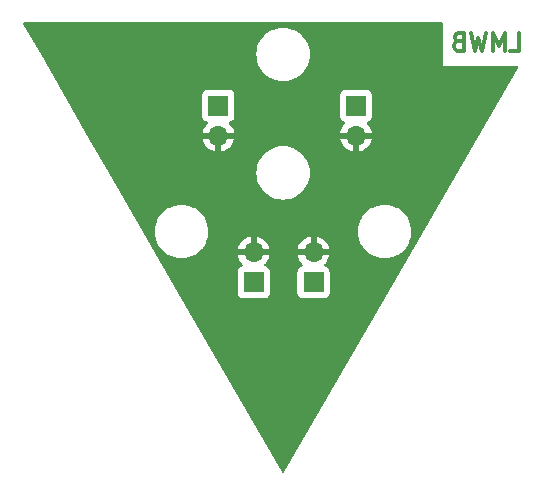
<source format=gbl>
G04 #@! TF.GenerationSoftware,KiCad,Pcbnew,6.0.11-2627ca5db0~126~ubuntu22.04.1*
G04 #@! TF.CreationDate,2023-11-05T13:22:14+01:00*
G04 #@! TF.ProjectId,powerBase,706f7765-7242-4617-9365-2e6b69636164,rev?*
G04 #@! TF.SameCoordinates,Original*
G04 #@! TF.FileFunction,Copper,L2,Bot*
G04 #@! TF.FilePolarity,Positive*
%FSLAX46Y46*%
G04 Gerber Fmt 4.6, Leading zero omitted, Abs format (unit mm)*
G04 Created by KiCad (PCBNEW 6.0.11-2627ca5db0~126~ubuntu22.04.1) date 2023-11-05 13:22:14*
%MOMM*%
%LPD*%
G01*
G04 APERTURE LIST*
%ADD10C,0.300000*%
G04 #@! TA.AperFunction,NonConductor*
%ADD11C,0.300000*%
G04 #@! TD*
G04 #@! TA.AperFunction,ComponentPad*
%ADD12R,1.700000X1.700000*%
G04 #@! TD*
G04 #@! TA.AperFunction,ComponentPad*
%ADD13O,1.700000X1.700000*%
G04 #@! TD*
G04 APERTURE END LIST*
D10*
D11*
X144750000Y-63928571D02*
X145464285Y-63928571D01*
X145464285Y-62428571D01*
X144250000Y-63928571D02*
X144250000Y-62428571D01*
X143750000Y-63500000D01*
X143250000Y-62428571D01*
X143250000Y-63928571D01*
X142678571Y-62428571D02*
X142321428Y-63928571D01*
X142035714Y-62857142D01*
X141750000Y-63928571D01*
X141392857Y-62428571D01*
X140321428Y-63142857D02*
X140107142Y-63214285D01*
X140035714Y-63285714D01*
X139964285Y-63428571D01*
X139964285Y-63642857D01*
X140035714Y-63785714D01*
X140107142Y-63857142D01*
X140250000Y-63928571D01*
X140821428Y-63928571D01*
X140821428Y-62428571D01*
X140321428Y-62428571D01*
X140178571Y-62500000D01*
X140107142Y-62571428D01*
X140035714Y-62714285D01*
X140035714Y-62857142D01*
X140107142Y-63000000D01*
X140178571Y-63071428D01*
X140321428Y-63142857D01*
X140821428Y-63142857D01*
D12*
X123000000Y-83540000D03*
D13*
X123000000Y-81000000D03*
D12*
X120025000Y-68585000D03*
D13*
X120025000Y-71125000D03*
D12*
X131670000Y-68585000D03*
D13*
X131670000Y-71125000D03*
D12*
X128075000Y-83540000D03*
D13*
X128075000Y-81000000D03*
G04 #@! TA.AperFunction,Conductor*
G36*
X138962193Y-61528502D02*
G01*
X139008686Y-61582158D01*
X139020072Y-61634500D01*
X139020072Y-65191000D01*
X145275783Y-65191000D01*
X145343904Y-65211002D01*
X145390397Y-65264658D01*
X145400501Y-65334932D01*
X145384912Y-65379983D01*
X134151109Y-84843767D01*
X125609128Y-99643678D01*
X125557752Y-99692678D01*
X125488040Y-99706124D01*
X125422126Y-99679747D01*
X125390872Y-99643678D01*
X116614774Y-84438134D01*
X121641500Y-84438134D01*
X121648255Y-84500316D01*
X121699385Y-84636705D01*
X121786739Y-84753261D01*
X121903295Y-84840615D01*
X122039684Y-84891745D01*
X122101866Y-84898500D01*
X123898134Y-84898500D01*
X123960316Y-84891745D01*
X124096705Y-84840615D01*
X124213261Y-84753261D01*
X124300615Y-84636705D01*
X124351745Y-84500316D01*
X124358500Y-84438134D01*
X126716500Y-84438134D01*
X126723255Y-84500316D01*
X126774385Y-84636705D01*
X126861739Y-84753261D01*
X126978295Y-84840615D01*
X127114684Y-84891745D01*
X127176866Y-84898500D01*
X128973134Y-84898500D01*
X129035316Y-84891745D01*
X129171705Y-84840615D01*
X129288261Y-84753261D01*
X129375615Y-84636705D01*
X129426745Y-84500316D01*
X129433500Y-84438134D01*
X129433500Y-82641866D01*
X129426745Y-82579684D01*
X129375615Y-82443295D01*
X129288261Y-82326739D01*
X129171705Y-82239385D01*
X129052687Y-82194767D01*
X128995923Y-82152125D01*
X128971223Y-82085564D01*
X128986430Y-82016215D01*
X129007977Y-81987535D01*
X129109052Y-81886812D01*
X129115730Y-81878965D01*
X129240003Y-81706020D01*
X129245313Y-81697183D01*
X129339670Y-81506267D01*
X129343469Y-81496672D01*
X129405377Y-81292910D01*
X129407555Y-81282837D01*
X129408986Y-81271962D01*
X129406775Y-81257778D01*
X129393617Y-81254000D01*
X126758225Y-81254000D01*
X126744694Y-81257973D01*
X126743257Y-81267966D01*
X126773565Y-81402446D01*
X126776645Y-81412275D01*
X126856770Y-81609603D01*
X126861413Y-81618794D01*
X126972694Y-81800388D01*
X126978777Y-81808699D01*
X127118213Y-81969667D01*
X127125577Y-81976879D01*
X127130522Y-81980985D01*
X127170156Y-82039889D01*
X127171653Y-82110870D01*
X127134537Y-82171392D01*
X127094264Y-82195910D01*
X126986705Y-82236232D01*
X126986704Y-82236233D01*
X126978295Y-82239385D01*
X126861739Y-82326739D01*
X126774385Y-82443295D01*
X126723255Y-82579684D01*
X126716500Y-82641866D01*
X126716500Y-84438134D01*
X124358500Y-84438134D01*
X124358500Y-82641866D01*
X124351745Y-82579684D01*
X124300615Y-82443295D01*
X124213261Y-82326739D01*
X124096705Y-82239385D01*
X123977687Y-82194767D01*
X123920923Y-82152125D01*
X123896223Y-82085564D01*
X123911430Y-82016215D01*
X123932977Y-81987535D01*
X124034052Y-81886812D01*
X124040730Y-81878965D01*
X124165003Y-81706020D01*
X124170313Y-81697183D01*
X124264670Y-81506267D01*
X124268469Y-81496672D01*
X124330377Y-81292910D01*
X124332555Y-81282837D01*
X124333986Y-81271962D01*
X124331775Y-81257778D01*
X124318617Y-81254000D01*
X121683225Y-81254000D01*
X121669694Y-81257973D01*
X121668257Y-81267966D01*
X121698565Y-81402446D01*
X121701645Y-81412275D01*
X121781770Y-81609603D01*
X121786413Y-81618794D01*
X121897694Y-81800388D01*
X121903777Y-81808699D01*
X122043213Y-81969667D01*
X122050577Y-81976879D01*
X122055522Y-81980985D01*
X122095156Y-82039889D01*
X122096653Y-82110870D01*
X122059537Y-82171392D01*
X122019264Y-82195910D01*
X121911705Y-82236232D01*
X121911704Y-82236233D01*
X121903295Y-82239385D01*
X121786739Y-82326739D01*
X121699385Y-82443295D01*
X121648255Y-82579684D01*
X121641500Y-82641866D01*
X121641500Y-84438134D01*
X116614774Y-84438134D01*
X113620368Y-79250000D01*
X114636654Y-79250000D01*
X114656017Y-79545426D01*
X114656819Y-79549459D01*
X114656820Y-79549465D01*
X114698619Y-79759599D01*
X114713776Y-79835797D01*
X114715103Y-79839706D01*
X114715104Y-79839710D01*
X114718609Y-79850036D01*
X114808941Y-80116145D01*
X114850809Y-80201044D01*
X114910778Y-80322649D01*
X114939885Y-80381673D01*
X114942179Y-80385106D01*
X115062965Y-80565875D01*
X115104367Y-80627838D01*
X115107081Y-80630932D01*
X115107085Y-80630938D01*
X115296864Y-80847338D01*
X115299573Y-80850427D01*
X115302662Y-80853136D01*
X115519062Y-81042915D01*
X115519068Y-81042919D01*
X115522162Y-81045633D01*
X115525588Y-81047922D01*
X115525593Y-81047926D01*
X115709405Y-81170744D01*
X115768327Y-81210115D01*
X115772026Y-81211939D01*
X115772031Y-81211942D01*
X115857317Y-81254000D01*
X116033855Y-81341059D01*
X116037760Y-81342384D01*
X116037761Y-81342385D01*
X116310290Y-81434896D01*
X116310294Y-81434897D01*
X116314203Y-81436224D01*
X116318247Y-81437028D01*
X116318253Y-81437030D01*
X116600535Y-81493180D01*
X116600541Y-81493181D01*
X116604574Y-81493983D01*
X116608679Y-81494252D01*
X116608686Y-81494253D01*
X116895881Y-81513076D01*
X116900000Y-81513346D01*
X116904119Y-81513076D01*
X117191314Y-81494253D01*
X117191321Y-81494252D01*
X117195426Y-81493983D01*
X117199459Y-81493181D01*
X117199465Y-81493180D01*
X117481747Y-81437030D01*
X117481753Y-81437028D01*
X117485797Y-81436224D01*
X117489706Y-81434897D01*
X117489710Y-81434896D01*
X117762239Y-81342385D01*
X117762240Y-81342384D01*
X117766145Y-81341059D01*
X117942683Y-81254000D01*
X118027969Y-81211942D01*
X118027974Y-81211939D01*
X118031673Y-81210115D01*
X118090595Y-81170744D01*
X118274407Y-81047926D01*
X118274412Y-81047922D01*
X118277838Y-81045633D01*
X118280932Y-81042919D01*
X118280938Y-81042915D01*
X118497338Y-80853136D01*
X118500427Y-80850427D01*
X118503136Y-80847338D01*
X118602371Y-80734183D01*
X121664389Y-80734183D01*
X121665912Y-80742607D01*
X121678292Y-80746000D01*
X122727885Y-80746000D01*
X122743124Y-80741525D01*
X122744329Y-80740135D01*
X122746000Y-80732452D01*
X122746000Y-80727885D01*
X123254000Y-80727885D01*
X123258475Y-80743124D01*
X123259865Y-80744329D01*
X123267548Y-80746000D01*
X124318344Y-80746000D01*
X124331875Y-80742027D01*
X124333002Y-80734183D01*
X126739389Y-80734183D01*
X126740912Y-80742607D01*
X126753292Y-80746000D01*
X127802885Y-80746000D01*
X127818124Y-80741525D01*
X127819329Y-80740135D01*
X127821000Y-80732452D01*
X127821000Y-80727885D01*
X128329000Y-80727885D01*
X128333475Y-80743124D01*
X128334865Y-80744329D01*
X128342548Y-80746000D01*
X129393344Y-80746000D01*
X129406875Y-80742027D01*
X129408180Y-80732947D01*
X129366214Y-80565875D01*
X129362894Y-80556124D01*
X129277972Y-80360814D01*
X129273105Y-80351739D01*
X129157426Y-80172926D01*
X129151136Y-80164757D01*
X129007806Y-80007240D01*
X129000273Y-80000215D01*
X128833139Y-79868222D01*
X128824552Y-79862517D01*
X128638117Y-79759599D01*
X128628705Y-79755369D01*
X128427959Y-79684280D01*
X128417988Y-79681646D01*
X128346837Y-79668972D01*
X128333540Y-79670432D01*
X128329000Y-79684989D01*
X128329000Y-80727885D01*
X127821000Y-80727885D01*
X127821000Y-79683102D01*
X127817082Y-79669758D01*
X127802806Y-79667771D01*
X127764324Y-79673660D01*
X127754288Y-79676051D01*
X127551868Y-79742212D01*
X127542359Y-79746209D01*
X127353463Y-79844542D01*
X127344738Y-79850036D01*
X127174433Y-79977905D01*
X127166726Y-79984748D01*
X127019590Y-80138717D01*
X127013104Y-80146727D01*
X126893098Y-80322649D01*
X126888000Y-80331623D01*
X126798338Y-80524783D01*
X126794775Y-80534470D01*
X126739389Y-80734183D01*
X124333002Y-80734183D01*
X124333180Y-80732947D01*
X124291214Y-80565875D01*
X124287894Y-80556124D01*
X124202972Y-80360814D01*
X124198105Y-80351739D01*
X124082426Y-80172926D01*
X124076136Y-80164757D01*
X123932806Y-80007240D01*
X123925273Y-80000215D01*
X123758139Y-79868222D01*
X123749552Y-79862517D01*
X123563117Y-79759599D01*
X123553705Y-79755369D01*
X123352959Y-79684280D01*
X123342988Y-79681646D01*
X123271837Y-79668972D01*
X123258540Y-79670432D01*
X123254000Y-79684989D01*
X123254000Y-80727885D01*
X122746000Y-80727885D01*
X122746000Y-79683102D01*
X122742082Y-79669758D01*
X122727806Y-79667771D01*
X122689324Y-79673660D01*
X122679288Y-79676051D01*
X122476868Y-79742212D01*
X122467359Y-79746209D01*
X122278463Y-79844542D01*
X122269738Y-79850036D01*
X122099433Y-79977905D01*
X122091726Y-79984748D01*
X121944590Y-80138717D01*
X121938104Y-80146727D01*
X121818098Y-80322649D01*
X121813000Y-80331623D01*
X121723338Y-80524783D01*
X121719775Y-80534470D01*
X121664389Y-80734183D01*
X118602371Y-80734183D01*
X118692915Y-80630938D01*
X118692919Y-80630932D01*
X118695633Y-80627838D01*
X118737036Y-80565875D01*
X118857821Y-80385106D01*
X118860115Y-80381673D01*
X118889223Y-80322649D01*
X118949191Y-80201044D01*
X118991059Y-80116145D01*
X119081391Y-79850036D01*
X119084896Y-79839710D01*
X119084897Y-79839706D01*
X119086224Y-79835797D01*
X119101381Y-79759599D01*
X119143180Y-79549465D01*
X119143181Y-79549459D01*
X119143983Y-79545426D01*
X119163346Y-79250000D01*
X131836654Y-79250000D01*
X131856017Y-79545426D01*
X131856819Y-79549459D01*
X131856820Y-79549465D01*
X131898619Y-79759599D01*
X131913776Y-79835797D01*
X131915103Y-79839706D01*
X131915104Y-79839710D01*
X131918609Y-79850036D01*
X132008941Y-80116145D01*
X132050809Y-80201044D01*
X132110778Y-80322649D01*
X132139885Y-80381673D01*
X132142179Y-80385106D01*
X132262965Y-80565875D01*
X132304367Y-80627838D01*
X132307081Y-80630932D01*
X132307085Y-80630938D01*
X132496864Y-80847338D01*
X132499573Y-80850427D01*
X132502662Y-80853136D01*
X132719062Y-81042915D01*
X132719068Y-81042919D01*
X132722162Y-81045633D01*
X132725588Y-81047922D01*
X132725593Y-81047926D01*
X132909405Y-81170744D01*
X132968327Y-81210115D01*
X132972026Y-81211939D01*
X132972031Y-81211942D01*
X133057317Y-81254000D01*
X133233855Y-81341059D01*
X133237760Y-81342384D01*
X133237761Y-81342385D01*
X133510290Y-81434896D01*
X133510294Y-81434897D01*
X133514203Y-81436224D01*
X133518247Y-81437028D01*
X133518253Y-81437030D01*
X133800535Y-81493180D01*
X133800541Y-81493181D01*
X133804574Y-81493983D01*
X133808679Y-81494252D01*
X133808686Y-81494253D01*
X134095881Y-81513076D01*
X134100000Y-81513346D01*
X134104119Y-81513076D01*
X134391314Y-81494253D01*
X134391321Y-81494252D01*
X134395426Y-81493983D01*
X134399459Y-81493181D01*
X134399465Y-81493180D01*
X134681747Y-81437030D01*
X134681753Y-81437028D01*
X134685797Y-81436224D01*
X134689706Y-81434897D01*
X134689710Y-81434896D01*
X134962239Y-81342385D01*
X134962240Y-81342384D01*
X134966145Y-81341059D01*
X135142683Y-81254000D01*
X135227969Y-81211942D01*
X135227974Y-81211939D01*
X135231673Y-81210115D01*
X135290595Y-81170744D01*
X135474407Y-81047926D01*
X135474412Y-81047922D01*
X135477838Y-81045633D01*
X135480932Y-81042919D01*
X135480938Y-81042915D01*
X135697338Y-80853136D01*
X135700427Y-80850427D01*
X135703136Y-80847338D01*
X135892915Y-80630938D01*
X135892919Y-80630932D01*
X135895633Y-80627838D01*
X135937036Y-80565875D01*
X136057821Y-80385106D01*
X136060115Y-80381673D01*
X136089223Y-80322649D01*
X136149191Y-80201044D01*
X136191059Y-80116145D01*
X136281391Y-79850036D01*
X136284896Y-79839710D01*
X136284897Y-79839706D01*
X136286224Y-79835797D01*
X136301381Y-79759599D01*
X136343180Y-79549465D01*
X136343181Y-79549459D01*
X136343983Y-79545426D01*
X136363346Y-79250000D01*
X136343983Y-78954574D01*
X136286224Y-78664203D01*
X136191059Y-78383855D01*
X136060115Y-78118327D01*
X135895633Y-77872162D01*
X135892919Y-77869068D01*
X135892915Y-77869062D01*
X135703136Y-77652662D01*
X135700427Y-77649573D01*
X135697338Y-77646864D01*
X135480938Y-77457085D01*
X135480932Y-77457081D01*
X135477838Y-77454367D01*
X135474412Y-77452078D01*
X135474407Y-77452074D01*
X135235106Y-77292179D01*
X135231673Y-77289885D01*
X135227974Y-77288061D01*
X135227969Y-77288058D01*
X135091687Y-77220852D01*
X134966145Y-77158941D01*
X134962239Y-77157615D01*
X134689710Y-77065104D01*
X134689706Y-77065103D01*
X134685797Y-77063776D01*
X134681753Y-77062972D01*
X134681747Y-77062970D01*
X134399465Y-77006820D01*
X134399459Y-77006819D01*
X134395426Y-77006017D01*
X134391321Y-77005748D01*
X134391314Y-77005747D01*
X134104119Y-76986924D01*
X134100000Y-76986654D01*
X134095881Y-76986924D01*
X133808686Y-77005747D01*
X133808679Y-77005748D01*
X133804574Y-77006017D01*
X133800541Y-77006819D01*
X133800535Y-77006820D01*
X133518253Y-77062970D01*
X133518247Y-77062972D01*
X133514203Y-77063776D01*
X133510294Y-77065103D01*
X133510290Y-77065104D01*
X133237761Y-77157615D01*
X133233855Y-77158941D01*
X133108313Y-77220852D01*
X132972031Y-77288058D01*
X132972026Y-77288061D01*
X132968327Y-77289885D01*
X132964894Y-77292179D01*
X132725593Y-77452074D01*
X132725588Y-77452078D01*
X132722162Y-77454367D01*
X132719068Y-77457081D01*
X132719062Y-77457085D01*
X132502662Y-77646864D01*
X132499573Y-77649573D01*
X132496864Y-77652662D01*
X132307085Y-77869062D01*
X132307081Y-77869068D01*
X132304367Y-77872162D01*
X132139885Y-78118327D01*
X132008941Y-78383855D01*
X131913776Y-78664203D01*
X131856017Y-78954574D01*
X131836654Y-79250000D01*
X119163346Y-79250000D01*
X119143983Y-78954574D01*
X119086224Y-78664203D01*
X118991059Y-78383855D01*
X118860115Y-78118327D01*
X118695633Y-77872162D01*
X118692919Y-77869068D01*
X118692915Y-77869062D01*
X118503136Y-77652662D01*
X118500427Y-77649573D01*
X118497338Y-77646864D01*
X118280938Y-77457085D01*
X118280932Y-77457081D01*
X118277838Y-77454367D01*
X118274412Y-77452078D01*
X118274407Y-77452074D01*
X118035106Y-77292179D01*
X118031673Y-77289885D01*
X118027974Y-77288061D01*
X118027969Y-77288058D01*
X117891687Y-77220852D01*
X117766145Y-77158941D01*
X117762239Y-77157615D01*
X117489710Y-77065104D01*
X117489706Y-77065103D01*
X117485797Y-77063776D01*
X117481753Y-77062972D01*
X117481747Y-77062970D01*
X117199465Y-77006820D01*
X117199459Y-77006819D01*
X117195426Y-77006017D01*
X117191321Y-77005748D01*
X117191314Y-77005747D01*
X116904119Y-76986924D01*
X116900000Y-76986654D01*
X116895881Y-76986924D01*
X116608686Y-77005747D01*
X116608679Y-77005748D01*
X116604574Y-77006017D01*
X116600541Y-77006819D01*
X116600535Y-77006820D01*
X116318253Y-77062970D01*
X116318247Y-77062972D01*
X116314203Y-77063776D01*
X116310294Y-77065103D01*
X116310290Y-77065104D01*
X116037761Y-77157615D01*
X116033855Y-77158941D01*
X115908313Y-77220852D01*
X115772031Y-77288058D01*
X115772026Y-77288061D01*
X115768327Y-77289885D01*
X115764894Y-77292179D01*
X115525593Y-77452074D01*
X115525588Y-77452078D01*
X115522162Y-77454367D01*
X115519068Y-77457081D01*
X115519062Y-77457085D01*
X115302662Y-77646864D01*
X115299573Y-77649573D01*
X115296864Y-77652662D01*
X115107085Y-77869062D01*
X115107081Y-77869068D01*
X115104367Y-77872162D01*
X114939885Y-78118327D01*
X114808941Y-78383855D01*
X114713776Y-78664203D01*
X114656017Y-78954574D01*
X114636654Y-79250000D01*
X113620368Y-79250000D01*
X110748975Y-74275000D01*
X123236654Y-74275000D01*
X123256017Y-74570426D01*
X123313776Y-74860797D01*
X123408941Y-75141145D01*
X123539885Y-75406673D01*
X123704367Y-75652838D01*
X123707081Y-75655932D01*
X123707085Y-75655938D01*
X123896864Y-75872338D01*
X123899573Y-75875427D01*
X123902662Y-75878136D01*
X124119062Y-76067915D01*
X124119068Y-76067919D01*
X124122162Y-76070633D01*
X124125588Y-76072922D01*
X124125593Y-76072926D01*
X124309405Y-76195744D01*
X124368327Y-76235115D01*
X124372026Y-76236939D01*
X124372031Y-76236942D01*
X124508313Y-76304148D01*
X124633855Y-76366059D01*
X124637760Y-76367384D01*
X124637761Y-76367385D01*
X124910290Y-76459896D01*
X124910294Y-76459897D01*
X124914203Y-76461224D01*
X124918247Y-76462028D01*
X124918253Y-76462030D01*
X125200535Y-76518180D01*
X125200541Y-76518181D01*
X125204574Y-76518983D01*
X125208679Y-76519252D01*
X125208686Y-76519253D01*
X125495881Y-76538076D01*
X125500000Y-76538346D01*
X125504119Y-76538076D01*
X125791314Y-76519253D01*
X125791321Y-76519252D01*
X125795426Y-76518983D01*
X125799459Y-76518181D01*
X125799465Y-76518180D01*
X126081747Y-76462030D01*
X126081753Y-76462028D01*
X126085797Y-76461224D01*
X126089706Y-76459897D01*
X126089710Y-76459896D01*
X126362239Y-76367385D01*
X126362240Y-76367384D01*
X126366145Y-76366059D01*
X126491687Y-76304148D01*
X126627969Y-76236942D01*
X126627974Y-76236939D01*
X126631673Y-76235115D01*
X126690595Y-76195744D01*
X126874407Y-76072926D01*
X126874412Y-76072922D01*
X126877838Y-76070633D01*
X126880932Y-76067919D01*
X126880938Y-76067915D01*
X127097338Y-75878136D01*
X127100427Y-75875427D01*
X127103136Y-75872338D01*
X127292915Y-75655938D01*
X127292919Y-75655932D01*
X127295633Y-75652838D01*
X127460115Y-75406673D01*
X127591059Y-75141145D01*
X127686224Y-74860797D01*
X127743983Y-74570426D01*
X127763346Y-74275000D01*
X127743983Y-73979574D01*
X127686224Y-73689203D01*
X127591059Y-73408855D01*
X127460115Y-73143327D01*
X127295633Y-72897162D01*
X127292919Y-72894068D01*
X127292915Y-72894062D01*
X127103136Y-72677662D01*
X127100427Y-72674573D01*
X127097338Y-72671864D01*
X126880938Y-72482085D01*
X126880932Y-72482081D01*
X126877838Y-72479367D01*
X126874412Y-72477078D01*
X126874407Y-72477074D01*
X126635106Y-72317179D01*
X126631673Y-72314885D01*
X126627974Y-72313061D01*
X126627969Y-72313058D01*
X126475595Y-72237916D01*
X126366145Y-72183941D01*
X126362239Y-72182615D01*
X126089710Y-72090104D01*
X126089706Y-72090103D01*
X126085797Y-72088776D01*
X126081753Y-72087972D01*
X126081747Y-72087970D01*
X125799465Y-72031820D01*
X125799459Y-72031819D01*
X125795426Y-72031017D01*
X125791321Y-72030748D01*
X125791314Y-72030747D01*
X125504119Y-72011924D01*
X125500000Y-72011654D01*
X125495881Y-72011924D01*
X125208686Y-72030747D01*
X125208679Y-72030748D01*
X125204574Y-72031017D01*
X125200541Y-72031819D01*
X125200535Y-72031820D01*
X124918253Y-72087970D01*
X124918247Y-72087972D01*
X124914203Y-72088776D01*
X124910294Y-72090103D01*
X124910290Y-72090104D01*
X124637761Y-72182615D01*
X124633855Y-72183941D01*
X124524405Y-72237916D01*
X124372031Y-72313058D01*
X124372026Y-72313061D01*
X124368327Y-72314885D01*
X124364894Y-72317179D01*
X124125593Y-72477074D01*
X124125588Y-72477078D01*
X124122162Y-72479367D01*
X124119068Y-72482081D01*
X124119062Y-72482085D01*
X123902662Y-72671864D01*
X123899573Y-72674573D01*
X123896864Y-72677662D01*
X123707085Y-72894062D01*
X123707081Y-72894068D01*
X123704367Y-72897162D01*
X123539885Y-73143327D01*
X123408941Y-73408855D01*
X123313776Y-73689203D01*
X123256017Y-73979574D01*
X123236654Y-74275000D01*
X110748975Y-74275000D01*
X109085568Y-71392966D01*
X118693257Y-71392966D01*
X118723565Y-71527446D01*
X118726645Y-71537275D01*
X118806770Y-71734603D01*
X118811413Y-71743794D01*
X118922694Y-71925388D01*
X118928777Y-71933699D01*
X119068213Y-72094667D01*
X119075580Y-72101883D01*
X119239434Y-72237916D01*
X119247881Y-72243831D01*
X119431756Y-72351279D01*
X119441042Y-72355729D01*
X119640001Y-72431703D01*
X119649899Y-72434579D01*
X119753250Y-72455606D01*
X119767299Y-72454410D01*
X119771000Y-72444065D01*
X119771000Y-72443517D01*
X120279000Y-72443517D01*
X120283064Y-72457359D01*
X120296478Y-72459393D01*
X120303184Y-72458534D01*
X120313262Y-72456392D01*
X120517255Y-72395191D01*
X120526842Y-72391433D01*
X120718095Y-72297739D01*
X120726945Y-72292464D01*
X120900328Y-72168792D01*
X120908200Y-72162139D01*
X121059052Y-72011812D01*
X121065730Y-72003965D01*
X121190003Y-71831020D01*
X121195313Y-71822183D01*
X121289670Y-71631267D01*
X121293469Y-71621672D01*
X121355377Y-71417910D01*
X121357555Y-71407837D01*
X121358986Y-71396962D01*
X121358363Y-71392966D01*
X130338257Y-71392966D01*
X130368565Y-71527446D01*
X130371645Y-71537275D01*
X130451770Y-71734603D01*
X130456413Y-71743794D01*
X130567694Y-71925388D01*
X130573777Y-71933699D01*
X130713213Y-72094667D01*
X130720580Y-72101883D01*
X130884434Y-72237916D01*
X130892881Y-72243831D01*
X131076756Y-72351279D01*
X131086042Y-72355729D01*
X131285001Y-72431703D01*
X131294899Y-72434579D01*
X131398250Y-72455606D01*
X131412299Y-72454410D01*
X131416000Y-72444065D01*
X131416000Y-72443517D01*
X131924000Y-72443517D01*
X131928064Y-72457359D01*
X131941478Y-72459393D01*
X131948184Y-72458534D01*
X131958262Y-72456392D01*
X132162255Y-72395191D01*
X132171842Y-72391433D01*
X132363095Y-72297739D01*
X132371945Y-72292464D01*
X132545328Y-72168792D01*
X132553200Y-72162139D01*
X132704052Y-72011812D01*
X132710730Y-72003965D01*
X132835003Y-71831020D01*
X132840313Y-71822183D01*
X132934670Y-71631267D01*
X132938469Y-71621672D01*
X133000377Y-71417910D01*
X133002555Y-71407837D01*
X133003986Y-71396962D01*
X133001775Y-71382778D01*
X132988617Y-71379000D01*
X131942115Y-71379000D01*
X131926876Y-71383475D01*
X131925671Y-71384865D01*
X131924000Y-71392548D01*
X131924000Y-72443517D01*
X131416000Y-72443517D01*
X131416000Y-71397115D01*
X131411525Y-71381876D01*
X131410135Y-71380671D01*
X131402452Y-71379000D01*
X130353225Y-71379000D01*
X130339694Y-71382973D01*
X130338257Y-71392966D01*
X121358363Y-71392966D01*
X121356775Y-71382778D01*
X121343617Y-71379000D01*
X120297115Y-71379000D01*
X120281876Y-71383475D01*
X120280671Y-71384865D01*
X120279000Y-71392548D01*
X120279000Y-72443517D01*
X119771000Y-72443517D01*
X119771000Y-71397115D01*
X119766525Y-71381876D01*
X119765135Y-71380671D01*
X119757452Y-71379000D01*
X118708225Y-71379000D01*
X118694694Y-71382973D01*
X118693257Y-71392966D01*
X109085568Y-71392966D01*
X107983281Y-69483134D01*
X118666500Y-69483134D01*
X118673255Y-69545316D01*
X118724385Y-69681705D01*
X118811739Y-69798261D01*
X118928295Y-69885615D01*
X118936704Y-69888767D01*
X118936705Y-69888768D01*
X119045960Y-69929726D01*
X119102725Y-69972367D01*
X119127425Y-70038929D01*
X119112218Y-70108278D01*
X119092825Y-70134759D01*
X118969590Y-70263717D01*
X118963104Y-70271727D01*
X118843098Y-70447649D01*
X118838000Y-70456623D01*
X118748338Y-70649783D01*
X118744775Y-70659470D01*
X118689389Y-70859183D01*
X118690912Y-70867607D01*
X118703292Y-70871000D01*
X121343344Y-70871000D01*
X121356875Y-70867027D01*
X121358180Y-70857947D01*
X121316214Y-70690875D01*
X121312894Y-70681124D01*
X121227972Y-70485814D01*
X121223105Y-70476739D01*
X121107426Y-70297926D01*
X121101136Y-70289757D01*
X120957293Y-70131677D01*
X120926241Y-70067831D01*
X120934635Y-69997333D01*
X120979812Y-69942564D01*
X121006256Y-69928895D01*
X121113297Y-69888767D01*
X121121705Y-69885615D01*
X121238261Y-69798261D01*
X121325615Y-69681705D01*
X121376745Y-69545316D01*
X121383500Y-69483134D01*
X130311500Y-69483134D01*
X130318255Y-69545316D01*
X130369385Y-69681705D01*
X130456739Y-69798261D01*
X130573295Y-69885615D01*
X130581704Y-69888767D01*
X130581705Y-69888768D01*
X130690960Y-69929726D01*
X130747725Y-69972367D01*
X130772425Y-70038929D01*
X130757218Y-70108278D01*
X130737825Y-70134759D01*
X130614590Y-70263717D01*
X130608104Y-70271727D01*
X130488098Y-70447649D01*
X130483000Y-70456623D01*
X130393338Y-70649783D01*
X130389775Y-70659470D01*
X130334389Y-70859183D01*
X130335912Y-70867607D01*
X130348292Y-70871000D01*
X132988344Y-70871000D01*
X133001875Y-70867027D01*
X133003180Y-70857947D01*
X132961214Y-70690875D01*
X132957894Y-70681124D01*
X132872972Y-70485814D01*
X132868105Y-70476739D01*
X132752426Y-70297926D01*
X132746136Y-70289757D01*
X132602293Y-70131677D01*
X132571241Y-70067831D01*
X132579635Y-69997333D01*
X132624812Y-69942564D01*
X132651256Y-69928895D01*
X132758297Y-69888767D01*
X132766705Y-69885615D01*
X132883261Y-69798261D01*
X132970615Y-69681705D01*
X133021745Y-69545316D01*
X133028500Y-69483134D01*
X133028500Y-67686866D01*
X133021745Y-67624684D01*
X132970615Y-67488295D01*
X132883261Y-67371739D01*
X132766705Y-67284385D01*
X132630316Y-67233255D01*
X132568134Y-67226500D01*
X130771866Y-67226500D01*
X130709684Y-67233255D01*
X130573295Y-67284385D01*
X130456739Y-67371739D01*
X130369385Y-67488295D01*
X130318255Y-67624684D01*
X130311500Y-67686866D01*
X130311500Y-69483134D01*
X121383500Y-69483134D01*
X121383500Y-67686866D01*
X121376745Y-67624684D01*
X121325615Y-67488295D01*
X121238261Y-67371739D01*
X121121705Y-67284385D01*
X120985316Y-67233255D01*
X120923134Y-67226500D01*
X119126866Y-67226500D01*
X119064684Y-67233255D01*
X118928295Y-67284385D01*
X118811739Y-67371739D01*
X118724385Y-67488295D01*
X118673255Y-67624684D01*
X118666500Y-67686866D01*
X118666500Y-69483134D01*
X107983281Y-69483134D01*
X104962902Y-64250000D01*
X123236654Y-64250000D01*
X123256017Y-64545426D01*
X123313776Y-64835797D01*
X123408941Y-65116145D01*
X123450809Y-65201044D01*
X123482180Y-65264658D01*
X123539885Y-65381673D01*
X123704367Y-65627838D01*
X123707081Y-65630932D01*
X123707085Y-65630938D01*
X123896864Y-65847338D01*
X123899573Y-65850427D01*
X123902662Y-65853136D01*
X124119062Y-66042915D01*
X124119068Y-66042919D01*
X124122162Y-66045633D01*
X124125588Y-66047922D01*
X124125593Y-66047926D01*
X124309405Y-66170744D01*
X124368327Y-66210115D01*
X124372026Y-66211939D01*
X124372031Y-66211942D01*
X124508313Y-66279148D01*
X124633855Y-66341059D01*
X124637760Y-66342384D01*
X124637761Y-66342385D01*
X124910290Y-66434896D01*
X124910294Y-66434897D01*
X124914203Y-66436224D01*
X124918247Y-66437028D01*
X124918253Y-66437030D01*
X125200535Y-66493180D01*
X125200541Y-66493181D01*
X125204574Y-66493983D01*
X125208679Y-66494252D01*
X125208686Y-66494253D01*
X125495881Y-66513076D01*
X125500000Y-66513346D01*
X125504119Y-66513076D01*
X125791314Y-66494253D01*
X125791321Y-66494252D01*
X125795426Y-66493983D01*
X125799459Y-66493181D01*
X125799465Y-66493180D01*
X126081747Y-66437030D01*
X126081753Y-66437028D01*
X126085797Y-66436224D01*
X126089706Y-66434897D01*
X126089710Y-66434896D01*
X126362239Y-66342385D01*
X126362240Y-66342384D01*
X126366145Y-66341059D01*
X126491687Y-66279148D01*
X126627969Y-66211942D01*
X126627974Y-66211939D01*
X126631673Y-66210115D01*
X126690595Y-66170744D01*
X126874407Y-66047926D01*
X126874412Y-66047922D01*
X126877838Y-66045633D01*
X126880932Y-66042919D01*
X126880938Y-66042915D01*
X127097338Y-65853136D01*
X127100427Y-65850427D01*
X127103136Y-65847338D01*
X127292915Y-65630938D01*
X127292919Y-65630932D01*
X127295633Y-65627838D01*
X127460115Y-65381673D01*
X127517821Y-65264658D01*
X127549191Y-65201044D01*
X127591059Y-65116145D01*
X127686224Y-64835797D01*
X127743983Y-64545426D01*
X127763346Y-64250000D01*
X127743983Y-63954574D01*
X127686224Y-63664203D01*
X127591059Y-63383855D01*
X127469722Y-63137808D01*
X127461942Y-63122031D01*
X127461939Y-63122026D01*
X127460115Y-63118327D01*
X127295633Y-62872162D01*
X127292919Y-62869068D01*
X127292915Y-62869062D01*
X127103136Y-62652662D01*
X127100427Y-62649573D01*
X127097338Y-62646864D01*
X126880938Y-62457085D01*
X126880932Y-62457081D01*
X126877838Y-62454367D01*
X126874412Y-62452078D01*
X126874407Y-62452074D01*
X126635106Y-62292179D01*
X126631673Y-62289885D01*
X126627974Y-62288061D01*
X126627969Y-62288058D01*
X126491687Y-62220852D01*
X126366145Y-62158941D01*
X126362239Y-62157615D01*
X126089710Y-62065104D01*
X126089706Y-62065103D01*
X126085797Y-62063776D01*
X126081753Y-62062972D01*
X126081747Y-62062970D01*
X125799465Y-62006820D01*
X125799459Y-62006819D01*
X125795426Y-62006017D01*
X125791321Y-62005748D01*
X125791314Y-62005747D01*
X125504119Y-61986924D01*
X125500000Y-61986654D01*
X125495881Y-61986924D01*
X125208686Y-62005747D01*
X125208679Y-62005748D01*
X125204574Y-62006017D01*
X125200541Y-62006819D01*
X125200535Y-62006820D01*
X124918253Y-62062970D01*
X124918247Y-62062972D01*
X124914203Y-62063776D01*
X124910294Y-62065103D01*
X124910290Y-62065104D01*
X124637761Y-62157615D01*
X124633855Y-62158941D01*
X124508313Y-62220852D01*
X124372031Y-62288058D01*
X124372026Y-62288061D01*
X124368327Y-62289885D01*
X124364894Y-62292179D01*
X124125593Y-62452074D01*
X124125588Y-62452078D01*
X124122162Y-62454367D01*
X124119068Y-62457081D01*
X124119062Y-62457085D01*
X123902662Y-62646864D01*
X123899573Y-62649573D01*
X123896864Y-62652662D01*
X123707085Y-62869062D01*
X123707081Y-62869068D01*
X123704367Y-62872162D01*
X123539885Y-63118327D01*
X123538061Y-63122026D01*
X123538058Y-63122031D01*
X123530278Y-63137808D01*
X123408941Y-63383855D01*
X123313776Y-63664203D01*
X123256017Y-63954574D01*
X123236654Y-64250000D01*
X104962902Y-64250000D01*
X103489681Y-61697484D01*
X103472953Y-61628487D01*
X103496183Y-61561399D01*
X103551996Y-61517519D01*
X103598809Y-61508500D01*
X138894072Y-61508500D01*
X138962193Y-61528502D01*
G37*
G04 #@! TD.AperFunction*
M02*

</source>
